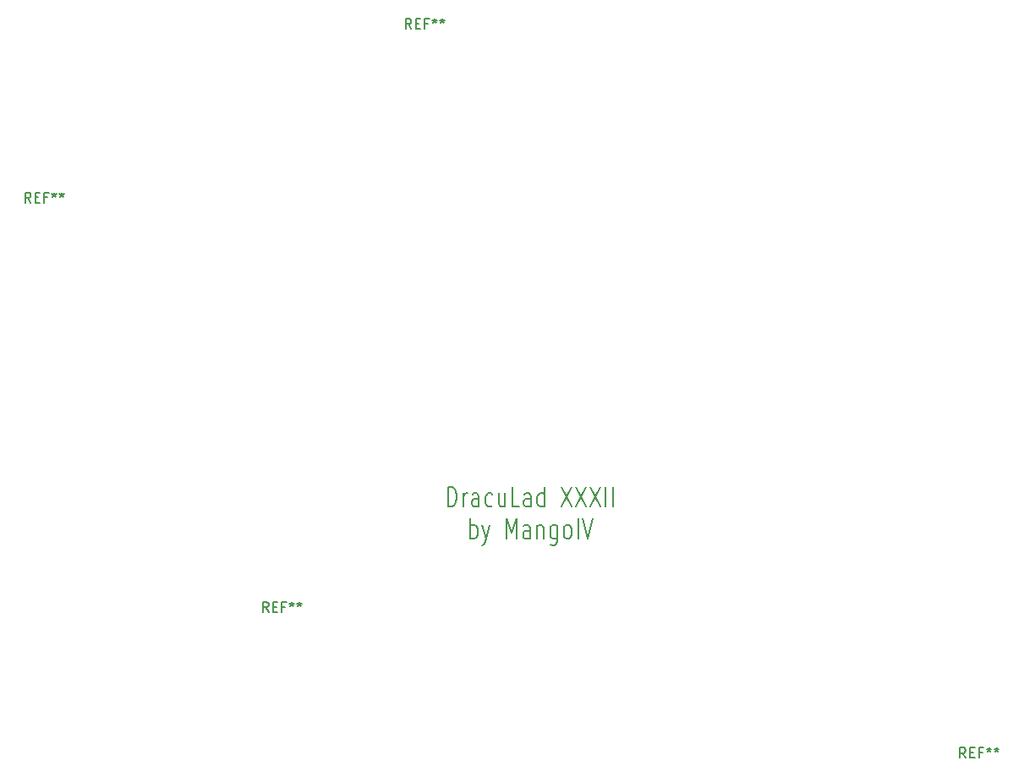
<source format=gbr>
%TF.GenerationSoftware,KiCad,Pcbnew,5.1.7*%
%TF.CreationDate,2020-11-17T12:43:39+01:00*%
%TF.ProjectId,split_3x_plate,73706c69-745f-4337-985f-706c6174652e,rev?*%
%TF.SameCoordinates,Original*%
%TF.FileFunction,Legend,Top*%
%TF.FilePolarity,Positive*%
%FSLAX46Y46*%
G04 Gerber Fmt 4.6, Leading zero omitted, Abs format (unit mm)*
G04 Created by KiCad (PCBNEW 5.1.7) date 2020-11-17 12:43:39*
%MOMM*%
%LPD*%
G01*
G04 APERTURE LIST*
%ADD10C,0.200000*%
%ADD11C,0.150000*%
G04 APERTURE END LIST*
D10*
X137350000Y-113404761D02*
X137350000Y-111404761D01*
X137707142Y-111404761D01*
X137921428Y-111500000D01*
X138064285Y-111690476D01*
X138135714Y-111880952D01*
X138207142Y-112261904D01*
X138207142Y-112547619D01*
X138135714Y-112928571D01*
X138064285Y-113119047D01*
X137921428Y-113309523D01*
X137707142Y-113404761D01*
X137350000Y-113404761D01*
X138850000Y-113404761D02*
X138850000Y-112071428D01*
X138850000Y-112452380D02*
X138921428Y-112261904D01*
X138992857Y-112166666D01*
X139135714Y-112071428D01*
X139278571Y-112071428D01*
X140421428Y-113404761D02*
X140421428Y-112357142D01*
X140350000Y-112166666D01*
X140207142Y-112071428D01*
X139921428Y-112071428D01*
X139778571Y-112166666D01*
X140421428Y-113309523D02*
X140278571Y-113404761D01*
X139921428Y-113404761D01*
X139778571Y-113309523D01*
X139707142Y-113119047D01*
X139707142Y-112928571D01*
X139778571Y-112738095D01*
X139921428Y-112642857D01*
X140278571Y-112642857D01*
X140421428Y-112547619D01*
X141778571Y-113309523D02*
X141635714Y-113404761D01*
X141350000Y-113404761D01*
X141207142Y-113309523D01*
X141135714Y-113214285D01*
X141064285Y-113023809D01*
X141064285Y-112452380D01*
X141135714Y-112261904D01*
X141207142Y-112166666D01*
X141350000Y-112071428D01*
X141635714Y-112071428D01*
X141778571Y-112166666D01*
X143064285Y-112071428D02*
X143064285Y-113404761D01*
X142421428Y-112071428D02*
X142421428Y-113119047D01*
X142492857Y-113309523D01*
X142635714Y-113404761D01*
X142850000Y-113404761D01*
X142992857Y-113309523D01*
X143064285Y-113214285D01*
X144492857Y-113404761D02*
X143778571Y-113404761D01*
X143778571Y-111404761D01*
X145635714Y-113404761D02*
X145635714Y-112357142D01*
X145564285Y-112166666D01*
X145421428Y-112071428D01*
X145135714Y-112071428D01*
X144992857Y-112166666D01*
X145635714Y-113309523D02*
X145492857Y-113404761D01*
X145135714Y-113404761D01*
X144992857Y-113309523D01*
X144921428Y-113119047D01*
X144921428Y-112928571D01*
X144992857Y-112738095D01*
X145135714Y-112642857D01*
X145492857Y-112642857D01*
X145635714Y-112547619D01*
X146992857Y-113404761D02*
X146992857Y-111404761D01*
X146992857Y-113309523D02*
X146850000Y-113404761D01*
X146564285Y-113404761D01*
X146421428Y-113309523D01*
X146350000Y-113214285D01*
X146278571Y-113023809D01*
X146278571Y-112452380D01*
X146350000Y-112261904D01*
X146421428Y-112166666D01*
X146564285Y-112071428D01*
X146850000Y-112071428D01*
X146992857Y-112166666D01*
X148707142Y-111404761D02*
X149707142Y-113404761D01*
X149707142Y-111404761D02*
X148707142Y-113404761D01*
X150135714Y-111404761D02*
X151135714Y-113404761D01*
X151135714Y-111404761D02*
X150135714Y-113404761D01*
X151564285Y-111404761D02*
X152564285Y-113404761D01*
X152564285Y-111404761D02*
X151564285Y-113404761D01*
X153135714Y-113404761D02*
X153135714Y-111404761D01*
X153850000Y-113404761D02*
X153850000Y-111404761D01*
X139564285Y-116604761D02*
X139564285Y-114604761D01*
X139564285Y-115366666D02*
X139707142Y-115271428D01*
X139992857Y-115271428D01*
X140135714Y-115366666D01*
X140207142Y-115461904D01*
X140278571Y-115652380D01*
X140278571Y-116223809D01*
X140207142Y-116414285D01*
X140135714Y-116509523D01*
X139992857Y-116604761D01*
X139707142Y-116604761D01*
X139564285Y-116509523D01*
X140778571Y-115271428D02*
X141135714Y-116604761D01*
X141492857Y-115271428D02*
X141135714Y-116604761D01*
X140992857Y-117080952D01*
X140921428Y-117176190D01*
X140778571Y-117271428D01*
X143207142Y-116604761D02*
X143207142Y-114604761D01*
X143707142Y-116033333D01*
X144207142Y-114604761D01*
X144207142Y-116604761D01*
X145564285Y-116604761D02*
X145564285Y-115557142D01*
X145492857Y-115366666D01*
X145350000Y-115271428D01*
X145064285Y-115271428D01*
X144921428Y-115366666D01*
X145564285Y-116509523D02*
X145421428Y-116604761D01*
X145064285Y-116604761D01*
X144921428Y-116509523D01*
X144850000Y-116319047D01*
X144850000Y-116128571D01*
X144921428Y-115938095D01*
X145064285Y-115842857D01*
X145421428Y-115842857D01*
X145564285Y-115747619D01*
X146278571Y-115271428D02*
X146278571Y-116604761D01*
X146278571Y-115461904D02*
X146350000Y-115366666D01*
X146492857Y-115271428D01*
X146707142Y-115271428D01*
X146850000Y-115366666D01*
X146921428Y-115557142D01*
X146921428Y-116604761D01*
X148278571Y-115271428D02*
X148278571Y-116890476D01*
X148207142Y-117080952D01*
X148135714Y-117176190D01*
X147992857Y-117271428D01*
X147778571Y-117271428D01*
X147635714Y-117176190D01*
X148278571Y-116509523D02*
X148135714Y-116604761D01*
X147850000Y-116604761D01*
X147707142Y-116509523D01*
X147635714Y-116414285D01*
X147564285Y-116223809D01*
X147564285Y-115652380D01*
X147635714Y-115461904D01*
X147707142Y-115366666D01*
X147850000Y-115271428D01*
X148135714Y-115271428D01*
X148278571Y-115366666D01*
X149207142Y-116604761D02*
X149064285Y-116509523D01*
X148992857Y-116414285D01*
X148921428Y-116223809D01*
X148921428Y-115652380D01*
X148992857Y-115461904D01*
X149064285Y-115366666D01*
X149207142Y-115271428D01*
X149421428Y-115271428D01*
X149564285Y-115366666D01*
X149635714Y-115461904D01*
X149707142Y-115652380D01*
X149707142Y-116223809D01*
X149635714Y-116414285D01*
X149564285Y-116509523D01*
X149421428Y-116604761D01*
X149207142Y-116604761D01*
X150350000Y-116604761D02*
X150350000Y-114604761D01*
X150850000Y-114604761D02*
X151350000Y-116604761D01*
X151850000Y-114604761D01*
%TO.C,REF\u002A\u002A*%
D11*
X95566666Y-82952380D02*
X95233333Y-82476190D01*
X94995238Y-82952380D02*
X94995238Y-81952380D01*
X95376190Y-81952380D01*
X95471428Y-82000000D01*
X95519047Y-82047619D01*
X95566666Y-82142857D01*
X95566666Y-82285714D01*
X95519047Y-82380952D01*
X95471428Y-82428571D01*
X95376190Y-82476190D01*
X94995238Y-82476190D01*
X95995238Y-82428571D02*
X96328571Y-82428571D01*
X96471428Y-82952380D02*
X95995238Y-82952380D01*
X95995238Y-81952380D01*
X96471428Y-81952380D01*
X97233333Y-82428571D02*
X96900000Y-82428571D01*
X96900000Y-82952380D02*
X96900000Y-81952380D01*
X97376190Y-81952380D01*
X97900000Y-81952380D02*
X97900000Y-82190476D01*
X97661904Y-82095238D02*
X97900000Y-82190476D01*
X98138095Y-82095238D01*
X97757142Y-82380952D02*
X97900000Y-82190476D01*
X98042857Y-82380952D01*
X98661904Y-81952380D02*
X98661904Y-82190476D01*
X98423809Y-82095238D02*
X98661904Y-82190476D01*
X98900000Y-82095238D01*
X98519047Y-82380952D02*
X98661904Y-82190476D01*
X98804761Y-82380952D01*
X119366666Y-123952380D02*
X119033333Y-123476190D01*
X118795238Y-123952380D02*
X118795238Y-122952380D01*
X119176190Y-122952380D01*
X119271428Y-123000000D01*
X119319047Y-123047619D01*
X119366666Y-123142857D01*
X119366666Y-123285714D01*
X119319047Y-123380952D01*
X119271428Y-123428571D01*
X119176190Y-123476190D01*
X118795238Y-123476190D01*
X119795238Y-123428571D02*
X120128571Y-123428571D01*
X120271428Y-123952380D02*
X119795238Y-123952380D01*
X119795238Y-122952380D01*
X120271428Y-122952380D01*
X121033333Y-123428571D02*
X120700000Y-123428571D01*
X120700000Y-123952380D02*
X120700000Y-122952380D01*
X121176190Y-122952380D01*
X121700000Y-122952380D02*
X121700000Y-123190476D01*
X121461904Y-123095238D02*
X121700000Y-123190476D01*
X121938095Y-123095238D01*
X121557142Y-123380952D02*
X121700000Y-123190476D01*
X121842857Y-123380952D01*
X122461904Y-122952380D02*
X122461904Y-123190476D01*
X122223809Y-123095238D02*
X122461904Y-123190476D01*
X122700000Y-123095238D01*
X122319047Y-123380952D02*
X122461904Y-123190476D01*
X122604761Y-123380952D01*
X133666666Y-65552380D02*
X133333333Y-65076190D01*
X133095238Y-65552380D02*
X133095238Y-64552380D01*
X133476190Y-64552380D01*
X133571428Y-64600000D01*
X133619047Y-64647619D01*
X133666666Y-64742857D01*
X133666666Y-64885714D01*
X133619047Y-64980952D01*
X133571428Y-65028571D01*
X133476190Y-65076190D01*
X133095238Y-65076190D01*
X134095238Y-65028571D02*
X134428571Y-65028571D01*
X134571428Y-65552380D02*
X134095238Y-65552380D01*
X134095238Y-64552380D01*
X134571428Y-64552380D01*
X135333333Y-65028571D02*
X135000000Y-65028571D01*
X135000000Y-65552380D02*
X135000000Y-64552380D01*
X135476190Y-64552380D01*
X136000000Y-64552380D02*
X136000000Y-64790476D01*
X135761904Y-64695238D02*
X136000000Y-64790476D01*
X136238095Y-64695238D01*
X135857142Y-64980952D02*
X136000000Y-64790476D01*
X136142857Y-64980952D01*
X136761904Y-64552380D02*
X136761904Y-64790476D01*
X136523809Y-64695238D02*
X136761904Y-64790476D01*
X137000000Y-64695238D01*
X136619047Y-64980952D02*
X136761904Y-64790476D01*
X136904761Y-64980952D01*
X189166666Y-138552380D02*
X188833333Y-138076190D01*
X188595238Y-138552380D02*
X188595238Y-137552380D01*
X188976190Y-137552380D01*
X189071428Y-137600000D01*
X189119047Y-137647619D01*
X189166666Y-137742857D01*
X189166666Y-137885714D01*
X189119047Y-137980952D01*
X189071428Y-138028571D01*
X188976190Y-138076190D01*
X188595238Y-138076190D01*
X189595238Y-138028571D02*
X189928571Y-138028571D01*
X190071428Y-138552380D02*
X189595238Y-138552380D01*
X189595238Y-137552380D01*
X190071428Y-137552380D01*
X190833333Y-138028571D02*
X190500000Y-138028571D01*
X190500000Y-138552380D02*
X190500000Y-137552380D01*
X190976190Y-137552380D01*
X191500000Y-137552380D02*
X191500000Y-137790476D01*
X191261904Y-137695238D02*
X191500000Y-137790476D01*
X191738095Y-137695238D01*
X191357142Y-137980952D02*
X191500000Y-137790476D01*
X191642857Y-137980952D01*
X192261904Y-137552380D02*
X192261904Y-137790476D01*
X192023809Y-137695238D02*
X192261904Y-137790476D01*
X192500000Y-137695238D01*
X192119047Y-137980952D02*
X192261904Y-137790476D01*
X192404761Y-137980952D01*
%TD*%
M02*

</source>
